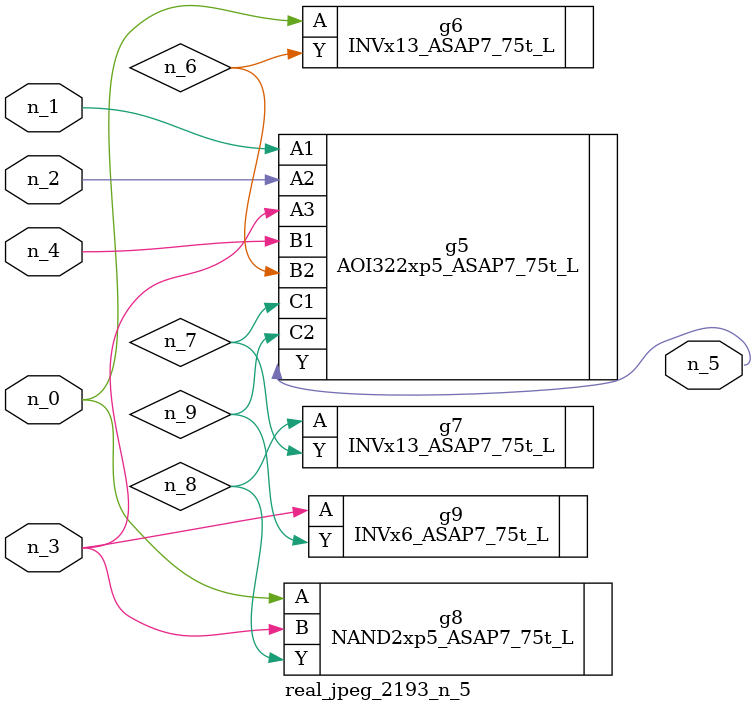
<source format=v>
module real_jpeg_2193_n_5 (n_4, n_0, n_1, n_2, n_3, n_5);

input n_4;
input n_0;
input n_1;
input n_2;
input n_3;

output n_5;

wire n_8;
wire n_6;
wire n_7;
wire n_9;

INVx13_ASAP7_75t_L g6 ( 
.A(n_0),
.Y(n_6)
);

NAND2xp5_ASAP7_75t_L g8 ( 
.A(n_0),
.B(n_3),
.Y(n_8)
);

AOI322xp5_ASAP7_75t_L g5 ( 
.A1(n_1),
.A2(n_2),
.A3(n_3),
.B1(n_4),
.B2(n_6),
.C1(n_7),
.C2(n_9),
.Y(n_5)
);

INVx6_ASAP7_75t_L g9 ( 
.A(n_3),
.Y(n_9)
);

INVx13_ASAP7_75t_L g7 ( 
.A(n_8),
.Y(n_7)
);


endmodule
</source>
